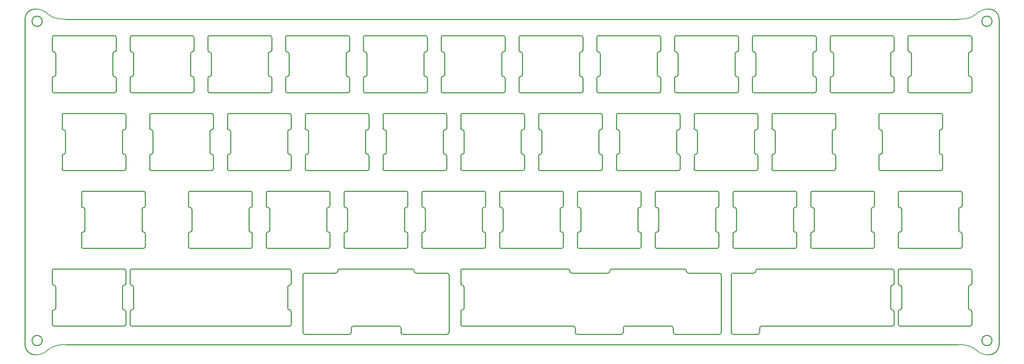
<source format=gbr>
%TF.GenerationSoftware,KiCad,Pcbnew,(5.99.0-10540-g55c1d814f9)*%
%TF.CreationDate,2021-05-27T21:21:45+02:00*%
%TF.ProjectId,plate-top,706c6174-652d-4746-9f70-2e6b69636164,1.0*%
%TF.SameCoordinates,Original*%
%TF.FileFunction,Profile,NP*%
%FSLAX46Y46*%
G04 Gerber Fmt 4.6, Leading zero omitted, Abs format (unit mm)*
G04 Created by KiCad (PCBNEW (5.99.0-10540-g55c1d814f9)) date 2021-05-27 21:21:45*
%MOMM*%
%LPD*%
G01*
G04 APERTURE LIST*
%TA.AperFunction,Profile*%
%ADD10C,0.250000*%
%TD*%
%ADD11C,0.200000*%
G04 APERTURE END LIST*
D10*
X37583750Y-138350000D02*
X54765000Y-138350000D01*
X109523750Y-71200001D02*
X109543750Y-71200001D01*
X213396249Y-86640001D02*
G75*
G02*
X213786249Y-86250001I390000J0D01*
G01*
X118536250Y-100250001D02*
X133356249Y-100250001D01*
X203871249Y-115700001D02*
G75*
G02*
X204271249Y-115300001I400000J0D01*
G01*
X223823749Y-71200001D02*
X223843749Y-71200001D01*
X52373750Y-77200001D02*
G75*
G02*
X51983750Y-76810001I0J390000D01*
G01*
X259542499Y-109300001D02*
X259552499Y-109300001D01*
X204271249Y-119300001D02*
X219071249Y-119300001D01*
X242483749Y-71590001D02*
G75*
G02*
X242873749Y-71200001I390000J0D01*
G01*
X171046249Y-90640001D02*
X171046249Y-95860001D01*
X55165000Y-99850001D02*
G75*
G02*
X54765000Y-100250001I-400000J0D01*
G01*
X113773750Y-81200001D02*
X128593749Y-81200001D01*
X194346249Y-96640001D02*
X194346249Y-99860001D01*
X133336249Y-96250001D02*
G75*
G02*
X132946249Y-95860001I0J390000D01*
G01*
X238121249Y-105300001D02*
G75*
G02*
X238521249Y-105700001I0J-400000D01*
G01*
X110402500Y-138850000D02*
G75*
G02*
X110902500Y-138350000I500000J0D01*
G01*
X70921250Y-105300001D02*
X85721250Y-105300001D01*
X209556249Y-96250001D02*
X209536249Y-96250001D01*
X157046249Y-90640001D02*
X157046249Y-95860001D01*
X52393750Y-67200001D02*
G75*
G02*
X52783750Y-67590001I0J-390000D01*
G01*
X99040000Y-140350000D02*
X109902500Y-140350000D01*
X244752499Y-138350000D02*
G75*
G02*
X244352499Y-137950000I0J400000D01*
G01*
X99096250Y-86640001D02*
G75*
G02*
X99486250Y-86250001I390000J0D01*
G01*
X142861249Y-109300001D02*
X142871249Y-109300001D01*
X71833750Y-80810001D02*
G75*
G02*
X71443750Y-81200001I-390000J0D01*
G01*
X204271249Y-119300001D02*
G75*
G02*
X203871249Y-118900001I0J400000D01*
G01*
X95246250Y-134350000D02*
X95236250Y-134350000D01*
X99506250Y-90250001D02*
G75*
G02*
X99896250Y-90640001I0J-390000D01*
G01*
X104371250Y-109690001D02*
X104371250Y-114910001D01*
X94723750Y-81200001D02*
G75*
G02*
X94333750Y-80810001I0J390000D01*
G01*
X184821249Y-105700001D02*
X184821249Y-108900001D01*
X110402500Y-139850000D02*
G75*
G02*
X109902500Y-140350000I-500000J0D01*
G01*
X113773750Y-81200001D02*
G75*
G02*
X113383750Y-80810001I0J390000D01*
G01*
X208633749Y-67590001D02*
X208633749Y-70810001D01*
X109933750Y-70810001D02*
G75*
G02*
X109543750Y-71200001I-390000J0D01*
G01*
X223331249Y-115300001D02*
X223321249Y-115300001D01*
X228073749Y-81200001D02*
X242893749Y-81200001D01*
X204793749Y-77200001D02*
G75*
G02*
X205183749Y-77590001I0J-390000D01*
G01*
X166171249Y-109300001D02*
X166181249Y-109300001D01*
X171436249Y-90250001D02*
X171456249Y-90250001D01*
X166181249Y-115300001D02*
X166171249Y-115300001D01*
X54365000Y-90640001D02*
X54365000Y-95860001D01*
X204383749Y-71590001D02*
X204383749Y-76810001D01*
X37573750Y-71200001D02*
X37593750Y-71200001D01*
X75693750Y-71200001D02*
G75*
G02*
X76083750Y-71590001I0J-390000D01*
G01*
X99040000Y-125350001D02*
X106540000Y-125350001D01*
X113383750Y-67590001D02*
X113383750Y-70810001D01*
X94846250Y-90640001D02*
X94846250Y-95860001D01*
X107040000Y-124850001D02*
G75*
G02*
X106540000Y-125350001I-500000J0D01*
G01*
X238111249Y-115300001D02*
G75*
G02*
X237721249Y-114910001I0J390000D01*
G01*
X161921249Y-105300001D02*
G75*
G02*
X162321249Y-105700001I0J-400000D01*
G01*
X184821249Y-105700001D02*
G75*
G02*
X185221249Y-105300001I400000J0D01*
G01*
X209023749Y-67200001D02*
X223843749Y-67200001D01*
X200011249Y-109300001D02*
X200021249Y-109300001D01*
X105171250Y-118900001D02*
G75*
G02*
X104771250Y-119300001I-400000J0D01*
G01*
X186133749Y-70810001D02*
G75*
G02*
X185743749Y-71200001I-390000J0D01*
G01*
X242483749Y-71590001D02*
X242483749Y-76810001D01*
X239589999Y-96650001D02*
X239589999Y-99850001D01*
X71443750Y-77200001D02*
X71423750Y-77200001D01*
X110402500Y-138850000D02*
X110402500Y-139850000D01*
X137606249Y-128350000D02*
G75*
G02*
X137996249Y-128740000I0J-390000D01*
G01*
X242873749Y-77200001D02*
G75*
G02*
X242483749Y-76810001I0J390000D01*
G01*
X223843749Y-77200001D02*
G75*
G02*
X224233749Y-77590001I0J-390000D01*
G01*
X166693749Y-77200001D02*
X166673749Y-77200001D01*
X143271249Y-108900001D02*
X143271249Y-105700001D01*
X152386249Y-90250001D02*
X152406249Y-90250001D01*
X37593750Y-128350000D02*
G75*
G02*
X37983750Y-128740000I0J-390000D01*
G01*
X123040000Y-140350000D02*
X133802499Y-140350000D01*
X142471249Y-109690001D02*
G75*
G02*
X142861249Y-109300001I390000J0D01*
G01*
X137596249Y-124350001D02*
X163402499Y-124350001D01*
X213806249Y-96250001D02*
X213786249Y-96250001D01*
X137196249Y-96640001D02*
X137196249Y-99860001D01*
X213396249Y-96640001D02*
G75*
G02*
X213786249Y-96250001I390000J0D01*
G01*
X52783750Y-70810001D02*
G75*
G02*
X52393750Y-71200001I-390000J0D01*
G01*
X261933749Y-134350000D02*
X261923749Y-134350000D01*
X242893749Y-77200001D02*
G75*
G02*
X243283749Y-77590001I0J-390000D01*
G01*
X44727500Y-119300001D02*
X59527500Y-119300001D01*
X89971250Y-119300001D02*
G75*
G02*
X89571250Y-118900001I0J400000D01*
G01*
X85711250Y-109300001D02*
X85721250Y-109300001D01*
X90883750Y-80810001D02*
X90883750Y-77590001D01*
X54765000Y-96250001D02*
G75*
G02*
X55165000Y-96650001I0J-400000D01*
G01*
X170923749Y-67200001D02*
X185743749Y-67200001D01*
X128071249Y-109300001D02*
X128081249Y-109300001D01*
X39565000Y-96650001D02*
X39565000Y-99850001D01*
X55165000Y-89850001D02*
X55165000Y-86650001D01*
X137196249Y-124750001D02*
X137196249Y-127950000D01*
X151483749Y-77590001D02*
G75*
G02*
X151873749Y-77200001I390000J0D01*
G01*
X132823749Y-71200001D02*
G75*
G02*
X132433749Y-70810001I0J390000D01*
G01*
X209556249Y-86250001D02*
G75*
G02*
X209946249Y-86640001I0J-390000D01*
G01*
X60996250Y-96640001D02*
G75*
G02*
X61386250Y-96250001I390000J0D01*
G01*
X261923749Y-77200001D02*
G75*
G02*
X261533749Y-76810001I0J390000D01*
G01*
X189973749Y-81200001D02*
X204793749Y-81200001D01*
X113793750Y-77200001D02*
X113773750Y-77200001D01*
X228196249Y-90640001D02*
X228196249Y-95860001D01*
X59127500Y-109690001D02*
G75*
G02*
X59517500Y-109300001I390000J0D01*
G01*
X147131249Y-115300001D02*
X147121249Y-115300001D01*
X245152499Y-133960000D02*
G75*
G02*
X244762499Y-134350000I-390000J0D01*
G01*
X90371250Y-109690001D02*
X90371250Y-114910001D01*
X209946249Y-99860001D02*
X209946249Y-96640001D01*
X209043749Y-77200001D02*
X209023749Y-77200001D01*
X148033749Y-80810001D02*
G75*
G02*
X147643749Y-81200001I-390000J0D01*
G01*
X189214999Y-138850000D02*
X189214999Y-139850000D01*
X218671249Y-109690001D02*
X218671249Y-114910001D01*
X161911249Y-109300001D02*
X161921249Y-109300001D01*
X61406250Y-96250001D02*
X61386250Y-96250001D01*
X147233749Y-71590001D02*
X147233749Y-76810001D01*
X227683749Y-67590001D02*
G75*
G02*
X228073749Y-67200001I390000J0D01*
G01*
X37583750Y-124350001D02*
X54765000Y-124350001D01*
X259542499Y-115300001D02*
G75*
G02*
X259152499Y-114910001I0J390000D01*
G01*
X228606249Y-96250001D02*
X228586249Y-96250001D01*
X238521249Y-118900001D02*
G75*
G02*
X238121249Y-119300001I-400000J0D01*
G01*
X244352499Y-115700001D02*
X244352499Y-118900001D01*
X228073749Y-71200001D02*
G75*
G02*
X227683749Y-70810001I0J390000D01*
G01*
X209933749Y-124350001D02*
X242883749Y-124350001D01*
X59527500Y-115300001D02*
X59517500Y-115300001D01*
X205183749Y-70810001D02*
X205183749Y-67590001D01*
X181371249Y-108900001D02*
X181371249Y-105700001D01*
X132946249Y-90640001D02*
G75*
G02*
X133336249Y-90250001I390000J0D01*
G01*
X132433749Y-67590001D02*
G75*
G02*
X132823749Y-67200001I390000J0D01*
G01*
X175296249Y-86640001D02*
G75*
G02*
X175686249Y-86250001I390000J0D01*
G01*
X213786249Y-90250001D02*
G75*
G02*
X213396249Y-89860001I0J390000D01*
G01*
X134302499Y-139850000D02*
G75*
G02*
X133802499Y-140350000I-500000J0D01*
G01*
X239989999Y-100250001D02*
G75*
G02*
X239589999Y-99850001I0J400000D01*
G01*
X114306250Y-96250001D02*
X114286250Y-96250001D01*
X89971250Y-119300001D02*
X104771250Y-119300001D01*
X99896250Y-95860001D02*
G75*
G02*
X99506250Y-96250001I-390000J0D01*
G01*
X137196249Y-134750000D02*
X137196249Y-137950000D01*
X152796249Y-89860001D02*
X152796249Y-86640001D01*
X180971249Y-115300001D02*
G75*
G02*
X181371249Y-115700001I0J-400000D01*
G01*
X137606249Y-90250001D02*
G75*
G02*
X137996249Y-90640001I0J-390000D01*
G01*
X243283749Y-137950000D02*
X243283749Y-134750000D01*
X109021250Y-109300001D02*
G75*
G02*
X108621250Y-108900001I0J400000D01*
G01*
X133356249Y-96250001D02*
X133336249Y-96250001D01*
X244752499Y-128350000D02*
G75*
G02*
X244352499Y-127950000I0J400000D01*
G01*
X133802499Y-125350000D02*
G75*
G02*
X134302499Y-125850000I0J-500000D01*
G01*
X261533749Y-71590001D02*
G75*
G02*
X261923749Y-71200001I390000J0D01*
G01*
X54765000Y-134350000D02*
G75*
G02*
X55165000Y-134750000I0J-400000D01*
G01*
X128593749Y-77200001D02*
G75*
G02*
X128983749Y-77590001I0J-390000D01*
G01*
X34708750Y-63675001D02*
G75*
G03*
X34708750Y-63675001I-1250000J0D01*
G01*
X147623749Y-77200001D02*
G75*
G02*
X147233749Y-76810001I0J390000D01*
G01*
X167083749Y-80810001D02*
G75*
G02*
X166693749Y-81200001I-390000J0D01*
G01*
X56623750Y-81200001D02*
X71443750Y-81200001D01*
X109523750Y-77200001D02*
G75*
G02*
X109133750Y-76810001I0J390000D01*
G01*
X113383750Y-67590001D02*
G75*
G02*
X113773750Y-67200001I390000J0D01*
G01*
X123421250Y-109690001D02*
X123421250Y-114910001D01*
X55165000Y-127950000D02*
X55165000Y-124750001D01*
X94723750Y-67200001D02*
X109543750Y-67200001D01*
X261923749Y-71200001D02*
X261943749Y-71200001D01*
X173714999Y-124850001D02*
G75*
G02*
X174214999Y-124350001I500000J0D01*
G01*
X244352499Y-134750000D02*
G75*
G02*
X244752499Y-134350000I400000J0D01*
G01*
X246733749Y-77590001D02*
X246733749Y-80810001D01*
X147233749Y-71590001D02*
G75*
G02*
X147623749Y-71200001I390000J0D01*
G01*
X37573750Y-71200001D02*
G75*
G02*
X37183750Y-70810001I0J390000D01*
G01*
X44327500Y-115700001D02*
X44327500Y-118900001D01*
X90493750Y-77200001D02*
X90473750Y-77200001D01*
X170533749Y-67590001D02*
X170533749Y-70810001D01*
X176977499Y-138850000D02*
G75*
G02*
X177477499Y-138350000I500000J0D01*
G01*
X219071249Y-115300001D02*
X219061249Y-115300001D01*
X254779999Y-96250001D02*
G75*
G02*
X254389999Y-95860001I0J390000D01*
G01*
X52783750Y-80810001D02*
G75*
G02*
X52393750Y-81200001I-390000J0D01*
G01*
X104771250Y-115300001D02*
G75*
G02*
X105171250Y-115700001I0J-400000D01*
G01*
X57033750Y-76810001D02*
G75*
G02*
X56643750Y-77200001I-390000J0D01*
G01*
X76206250Y-86250001D02*
G75*
G02*
X76596250Y-86640001I0J-390000D01*
G01*
X75283750Y-67590001D02*
X75283750Y-70810001D01*
X37593750Y-77200001D02*
X37573750Y-77200001D01*
X90493750Y-77200001D02*
G75*
G02*
X90883750Y-77590001I0J-390000D01*
G01*
X244762499Y-128350000D02*
G75*
G02*
X245152499Y-128740000I0J-390000D01*
G01*
X95256250Y-86250001D02*
G75*
G02*
X95646250Y-86640001I0J-390000D01*
G01*
X189993749Y-77200001D02*
X189973749Y-77200001D01*
X56633750Y-138350000D02*
X95246250Y-138350000D01*
X247533749Y-71590001D02*
X247533749Y-76810001D01*
X151873749Y-81200001D02*
X166693749Y-81200001D01*
X89971250Y-109300001D02*
X89981250Y-109300001D01*
X219061249Y-115300001D02*
G75*
G02*
X218671249Y-114910001I0J390000D01*
G01*
X209946249Y-89860001D02*
G75*
G02*
X209556249Y-90250001I-390000J0D01*
G01*
X186133749Y-80810001D02*
X186133749Y-77590001D01*
X80846250Y-90640001D02*
X80846250Y-95860001D01*
X247123749Y-81200001D02*
G75*
G02*
X246733749Y-80810001I0J390000D01*
G01*
X189714999Y-140350000D02*
X200477499Y-140350000D01*
X203871249Y-105700001D02*
G75*
G02*
X204271249Y-105300001I400000J0D01*
G01*
X95646250Y-99860001D02*
X95646250Y-96640001D01*
X228073749Y-81200001D02*
G75*
G02*
X227683749Y-80810001I0J390000D01*
G01*
X128593749Y-77200001D02*
X128573749Y-77200001D01*
X123421250Y-109690001D02*
G75*
G02*
X123811250Y-109300001I390000J0D01*
G01*
X132843749Y-77200001D02*
X132823749Y-77200001D01*
X209946249Y-89860001D02*
X209946249Y-86640001D01*
X259152499Y-109690001D02*
X259152499Y-114910001D01*
X86121250Y-108900001D02*
G75*
G02*
X85721250Y-109300001I-400000J0D01*
G01*
X228996249Y-89860001D02*
G75*
G02*
X228606249Y-90250001I-390000J0D01*
G01*
X118556250Y-90250001D02*
G75*
G02*
X118946250Y-90640001I0J-390000D01*
G01*
X123821250Y-115300001D02*
G75*
G02*
X124221250Y-115700001I0J-400000D01*
G01*
X210402499Y-138850000D02*
X210402499Y-139850000D01*
X137196249Y-134750000D02*
G75*
G02*
X137596249Y-134350000I400000J0D01*
G01*
X109021250Y-109300001D02*
X109031250Y-109300001D01*
X114306250Y-86250001D02*
G75*
G02*
X114696250Y-86640001I0J-390000D01*
G01*
X243283749Y-127950000D02*
X243283749Y-124750001D01*
X203871249Y-105700001D02*
X203871249Y-108900001D01*
X94743750Y-71200001D02*
G75*
G02*
X95133750Y-71590001I0J-390000D01*
G01*
X166673749Y-77200001D02*
G75*
G02*
X166283749Y-76810001I0J390000D01*
G01*
X255189999Y-99850001D02*
X255189999Y-96650001D01*
X199621249Y-109690001D02*
G75*
G02*
X200011249Y-109300001I390000J0D01*
G01*
X142471249Y-109690001D02*
X142471249Y-114910001D01*
X75283750Y-77590001D02*
X75283750Y-80810001D01*
X126302499Y-125350000D02*
G75*
G02*
X125802500Y-124850001I0J499999D01*
G01*
X85721250Y-105300001D02*
G75*
G02*
X86121250Y-105700001I0J-400000D01*
G01*
X151483749Y-67590001D02*
X151483749Y-70810001D01*
X75283750Y-77590001D02*
G75*
G02*
X75673750Y-77200001I390000J0D01*
G01*
X185333749Y-71590001D02*
G75*
G02*
X185723749Y-71200001I390000J0D01*
G01*
X152283749Y-71590001D02*
X152283749Y-76810001D01*
X262333749Y-127950000D02*
G75*
G02*
X261933749Y-128350000I-400000J0D01*
G01*
X128183749Y-71590001D02*
G75*
G02*
X128573749Y-71200001I390000J0D01*
G01*
X39565000Y-96650001D02*
G75*
G02*
X39965000Y-96250001I400000J0D01*
G01*
X45127500Y-114910001D02*
G75*
G02*
X44737500Y-115300001I-390000J0D01*
G01*
X243283749Y-127950000D02*
G75*
G02*
X242883749Y-128350000I-400000J0D01*
G01*
X204671249Y-109690001D02*
X204671249Y-114910001D01*
X192977499Y-125350001D02*
G75*
G02*
X192477499Y-124850001I0J500000D01*
G01*
X61406250Y-90250001D02*
G75*
G02*
X61796250Y-90640001I0J-390000D01*
G01*
X213786249Y-86250001D02*
X228606249Y-86250001D01*
X247123749Y-71200001D02*
G75*
G02*
X246733749Y-70810001I0J390000D01*
G01*
X239989999Y-90250001D02*
X239999999Y-90250001D01*
X175296249Y-86640001D02*
X175296249Y-89860001D01*
X94846250Y-128740000D02*
G75*
G02*
X95236250Y-128350000I390000J0D01*
G01*
X137196249Y-86640001D02*
G75*
G02*
X137586249Y-86250001I390000J0D01*
G01*
X80456250Y-90250001D02*
G75*
G02*
X80846250Y-90640001I0J-390000D01*
G01*
X185231249Y-109300001D02*
G75*
G02*
X185621249Y-109690001I0J-390000D01*
G01*
X104771250Y-105300001D02*
G75*
G02*
X105171250Y-105700001I0J-400000D01*
G01*
X108621250Y-105700001D02*
X108621250Y-108900001D01*
X71833750Y-70810001D02*
X71833750Y-67590001D01*
X61386250Y-100250001D02*
G75*
G02*
X60996250Y-99860001I0J390000D01*
G01*
X152796249Y-89860001D02*
G75*
G02*
X152406249Y-90250001I-390000J0D01*
G01*
D11*
X259058749Y-63175001D02*
X259510241Y-63167829D01*
X259928499Y-63146924D01*
X260315447Y-63113202D01*
X260673006Y-63067579D01*
X261003100Y-63010969D01*
X261307650Y-62944288D01*
X261588579Y-62868451D01*
X261847811Y-62784376D01*
X262087267Y-62692975D01*
X262308871Y-62595167D01*
X262514544Y-62491865D01*
X262706209Y-62383985D01*
X262885790Y-62272443D01*
X263055208Y-62158155D01*
X263371249Y-61925001D01*
X263669710Y-61691846D01*
X263965975Y-61466016D01*
X264275423Y-61254834D01*
X264613436Y-61065626D01*
X264797961Y-60981550D01*
X264995394Y-60905713D01*
X265207659Y-60839032D01*
X265436678Y-60782422D01*
X265684374Y-60736799D01*
X265952669Y-60703077D01*
X266243487Y-60682172D01*
X266558749Y-60675001D01*
D10*
X203871249Y-115700001D02*
X203871249Y-118900001D01*
X208633749Y-77590001D02*
G75*
G02*
X209023749Y-77200001I390000J0D01*
G01*
X45127500Y-109690001D02*
X45127500Y-114910001D01*
X39965000Y-90250001D02*
X39975000Y-90250001D01*
X243283749Y-80810001D02*
G75*
G02*
X242893749Y-81200001I-390000J0D01*
G01*
X70521250Y-105700001D02*
G75*
G02*
X70921250Y-105300001I400000J0D01*
G01*
X244752499Y-124350001D02*
X261933749Y-124350001D01*
X156246249Y-86640001D02*
X156246249Y-89860001D01*
X223321249Y-119300001D02*
G75*
G02*
X222921249Y-118900001I0J400000D01*
G01*
X56233750Y-67590001D02*
X56233750Y-70810001D01*
X94333750Y-67590001D02*
G75*
G02*
X94723750Y-67200001I390000J0D01*
G01*
X39565000Y-86650001D02*
G75*
G02*
X39965000Y-86250001I400000J0D01*
G01*
X148033749Y-70810001D02*
G75*
G02*
X147643749Y-71200001I-390000J0D01*
G01*
X166171249Y-119300001D02*
X180971249Y-119300001D01*
X176977499Y-139850000D02*
G75*
G02*
X176477499Y-140350000I-500000J0D01*
G01*
X95256250Y-96250001D02*
G75*
G02*
X95646250Y-96640001I0J-390000D01*
G01*
X213786249Y-100250001D02*
G75*
G02*
X213396249Y-99860001I0J390000D01*
G01*
X89571250Y-105700001D02*
G75*
G02*
X89971250Y-105300001I400000J0D01*
G01*
X137586249Y-90250001D02*
X137606249Y-90250001D01*
X54765000Y-134350000D02*
X54755000Y-134350000D01*
X200421249Y-118900001D02*
X200421249Y-115700001D01*
X124221250Y-108900001D02*
X124221250Y-105700001D01*
X244352499Y-105700001D02*
X244352499Y-108900001D01*
X118536250Y-90250001D02*
X118556250Y-90250001D01*
X128471249Y-114910001D02*
G75*
G02*
X128081249Y-115300001I-390000J0D01*
G01*
X147121249Y-119300001D02*
X161921249Y-119300001D01*
X175686249Y-100250001D02*
G75*
G02*
X175296249Y-99860001I0J390000D01*
G01*
X44727500Y-119300001D02*
G75*
G02*
X44327500Y-118900001I0J400000D01*
G01*
X190486249Y-96250001D02*
G75*
G02*
X190096249Y-95860001I0J390000D01*
G01*
X132946249Y-90640001D02*
X132946249Y-95860001D01*
X245152499Y-109690001D02*
X245152499Y-114910001D01*
X113773750Y-71200001D02*
G75*
G02*
X113383750Y-70810001I0J390000D01*
G01*
X204793749Y-77200001D02*
X204773749Y-77200001D01*
X244762499Y-109300001D02*
G75*
G02*
X245152499Y-109690001I0J-390000D01*
G01*
X200021249Y-115300001D02*
G75*
G02*
X200421249Y-115700001I0J-400000D01*
G01*
X247143749Y-77200001D02*
X247123749Y-77200001D01*
X200021249Y-105300001D02*
G75*
G02*
X200421249Y-105700001I0J-400000D01*
G01*
X261943749Y-77200001D02*
X261923749Y-77200001D01*
X194346249Y-96640001D02*
G75*
G02*
X194736249Y-96250001I390000J0D01*
G01*
X128183749Y-71590001D02*
X128183749Y-76810001D01*
X80436250Y-90250001D02*
G75*
G02*
X80046250Y-89860001I0J390000D01*
G01*
X148033749Y-80810001D02*
X148033749Y-77590001D01*
X94723750Y-71200001D02*
G75*
G02*
X94333750Y-70810001I0J390000D01*
G01*
X56233750Y-134750000D02*
X56233750Y-137950000D01*
X126302499Y-125350001D02*
X133802499Y-125350001D01*
X44327500Y-105700001D02*
X44327500Y-108900001D01*
X254789999Y-86250001D02*
G75*
G02*
X255189999Y-86650001I0J-400000D01*
G01*
X76186250Y-96250001D02*
G75*
G02*
X75796250Y-95860001I0J390000D01*
G01*
X147643749Y-77200001D02*
G75*
G02*
X148033749Y-77590001I0J-390000D01*
G01*
X132823749Y-81200001D02*
X147643749Y-81200001D01*
X209536249Y-96250001D02*
G75*
G02*
X209146249Y-95860001I0J390000D01*
G01*
X170533749Y-67590001D02*
G75*
G02*
X170923749Y-67200001I390000J0D01*
G01*
X99096250Y-86640001D02*
X99096250Y-89860001D01*
X244352499Y-134750000D02*
X244352499Y-137950000D01*
X190506249Y-96250001D02*
X190486249Y-96250001D01*
X239589999Y-96650001D02*
G75*
G02*
X239989999Y-96250001I400000J0D01*
G01*
X254789999Y-96250001D02*
X254779999Y-96250001D01*
X200421249Y-108900001D02*
X200421249Y-105700001D01*
X244352499Y-105700001D02*
G75*
G02*
X244752499Y-105300001I400000J0D01*
G01*
X95236250Y-128350000D02*
X95246250Y-128350000D01*
X108621250Y-115700001D02*
G75*
G02*
X109021250Y-115300001I400000J0D01*
G01*
X192977499Y-125350001D02*
X200477499Y-125350001D01*
X239589999Y-86650001D02*
X239589999Y-89850001D01*
X114286250Y-90250001D02*
X114306250Y-90250001D01*
X156636249Y-90250001D02*
G75*
G02*
X156246249Y-89860001I0J390000D01*
G01*
X110902500Y-138350000D02*
X122040000Y-138350000D01*
X37573750Y-81200001D02*
G75*
G02*
X37183750Y-80810001I0J390000D01*
G01*
X204793749Y-67200001D02*
G75*
G02*
X205183749Y-67590001I0J-390000D01*
G01*
X213806249Y-90250001D02*
G75*
G02*
X214196249Y-90640001I0J-390000D01*
G01*
X108621250Y-115700001D02*
X108621250Y-118900001D01*
X259952499Y-108900001D02*
G75*
G02*
X259552499Y-109300001I-400000J0D01*
G01*
X37183750Y-134750000D02*
G75*
G02*
X37583750Y-134350000I400000J0D01*
G01*
X239999999Y-96250001D02*
X239989999Y-96250001D01*
X171333749Y-76810001D02*
G75*
G02*
X170943749Y-77200001I-390000J0D01*
G01*
X95646250Y-99860001D02*
G75*
G02*
X95256250Y-100250001I-390000J0D01*
G01*
X262333749Y-80810001D02*
X262333749Y-77590001D01*
X238121249Y-115300001D02*
X238111249Y-115300001D01*
X218671249Y-109690001D02*
G75*
G02*
X219061249Y-109300001I390000J0D01*
G01*
X75673750Y-71200001D02*
X75693750Y-71200001D01*
X223843749Y-77200001D02*
X223823749Y-77200001D01*
X219071249Y-105300001D02*
G75*
G02*
X219471249Y-105700001I0J-400000D01*
G01*
X95236250Y-134350000D02*
G75*
G02*
X94846250Y-133960000I0J390000D01*
G01*
X107540000Y-124350001D02*
X125302500Y-124350001D01*
X156636249Y-100250001D02*
G75*
G02*
X156246249Y-99860001I0J390000D01*
G01*
X244352499Y-124750001D02*
G75*
G02*
X244752499Y-124350001I400000J0D01*
G01*
X118536250Y-90250001D02*
G75*
G02*
X118146250Y-89860001I0J390000D01*
G01*
X132823749Y-71200001D02*
X132843749Y-71200001D01*
X152386249Y-96250001D02*
G75*
G02*
X151996249Y-95860001I0J390000D01*
G01*
X122040000Y-138350000D02*
G75*
G02*
X122540000Y-138850000I0J-500000D01*
G01*
X37183750Y-77590001D02*
G75*
G02*
X37573750Y-77200001I390000J0D01*
G01*
X176977499Y-138850000D02*
X176977499Y-139850000D01*
X200977499Y-139850000D02*
G75*
G02*
X200477499Y-140350000I-500000J0D01*
G01*
X189993749Y-71200001D02*
G75*
G02*
X190383749Y-71590001I0J-390000D01*
G01*
X146721249Y-115700001D02*
G75*
G02*
X147121249Y-115300001I400000J0D01*
G01*
X185743749Y-67200001D02*
G75*
G02*
X186133749Y-67590001I0J-390000D01*
G01*
X147643749Y-67200001D02*
G75*
G02*
X148033749Y-67590001I0J-390000D01*
G01*
X170923749Y-71200001D02*
G75*
G02*
X170533749Y-70810001I0J390000D01*
G01*
X228093749Y-77200001D02*
X228073749Y-77200001D01*
X208633749Y-67590001D02*
G75*
G02*
X209023749Y-67200001I390000J0D01*
G01*
X76596250Y-99860001D02*
G75*
G02*
X76206250Y-100250001I-390000J0D01*
G01*
X189973749Y-67200001D02*
X204793749Y-67200001D01*
X137996249Y-133960000D02*
G75*
G02*
X137606249Y-134350000I-390000J0D01*
G01*
X259058749Y-142875000D02*
X40458750Y-142875000D01*
X242873749Y-71200001D02*
X242893749Y-71200001D01*
X37183750Y-67590001D02*
G75*
G02*
X37573750Y-67200001I390000J0D01*
G01*
X70931250Y-115300001D02*
X70921250Y-115300001D01*
X194736249Y-90250001D02*
X194756249Y-90250001D01*
X137996249Y-90640001D02*
X137996249Y-95860001D01*
X261533749Y-128740000D02*
X261533749Y-133960000D01*
X227683749Y-77590001D02*
G75*
G02*
X228073749Y-77200001I390000J0D01*
G01*
X54365000Y-128740000D02*
X54365000Y-133960000D01*
X175686249Y-100250001D02*
X190506249Y-100250001D01*
X56623750Y-71200001D02*
G75*
G02*
X56233750Y-70810001I0J390000D01*
G01*
X190506249Y-86250001D02*
G75*
G02*
X190896249Y-86640001I0J-390000D01*
G01*
X148033749Y-70810001D02*
X148033749Y-67590001D01*
X161521249Y-109690001D02*
X161521249Y-114910001D01*
X54755000Y-90250001D02*
X54765000Y-90250001D01*
X223433749Y-71590001D02*
G75*
G02*
X223823749Y-71200001I390000J0D01*
G01*
X210402499Y-139850000D02*
G75*
G02*
X209902499Y-140350000I-500000J0D01*
G01*
X213396249Y-96640001D02*
X213396249Y-99860001D01*
X128573749Y-71200001D02*
X128593749Y-71200001D01*
X156246249Y-96640001D02*
X156246249Y-99860001D01*
X114183750Y-71590001D02*
X114183750Y-76810001D01*
X114696250Y-99860001D02*
G75*
G02*
X114306250Y-100250001I-390000J0D01*
G01*
X170923749Y-81200001D02*
X185743749Y-81200001D01*
X219061249Y-109300001D02*
X219071249Y-109300001D01*
X190096249Y-90640001D02*
G75*
G02*
X190486249Y-90250001I390000J0D01*
G01*
X61796250Y-95860001D02*
G75*
G02*
X61406250Y-96250001I-390000J0D01*
G01*
X166283749Y-71590001D02*
G75*
G02*
X166673749Y-71200001I390000J0D01*
G01*
X56643750Y-77200001D02*
X56623750Y-77200001D01*
X55165000Y-127950000D02*
G75*
G02*
X54765000Y-128350000I-400000J0D01*
G01*
X37583750Y-128350000D02*
G75*
G02*
X37183750Y-127950000I0J400000D01*
G01*
X244752499Y-119300001D02*
X259552499Y-119300001D01*
X37583750Y-128350000D02*
X37593750Y-128350000D01*
X189583749Y-67590001D02*
G75*
G02*
X189973749Y-67200001I390000J0D01*
G01*
X203402500Y-125850000D02*
G75*
G02*
X203902499Y-125350001I499999J0D01*
G01*
X223321249Y-109300001D02*
X223331249Y-109300001D01*
X94723750Y-71200001D02*
X94743750Y-71200001D01*
X137196249Y-124750001D02*
G75*
G02*
X137596249Y-124350001I400000J0D01*
G01*
X95256250Y-96250001D02*
X95236250Y-96250001D01*
X254389999Y-90640001D02*
X254389999Y-95860001D01*
X90083750Y-71590001D02*
X90083750Y-76810001D01*
X37583750Y-138350000D02*
G75*
G02*
X37183750Y-137950000I0J400000D01*
G01*
X114306250Y-96250001D02*
G75*
G02*
X114696250Y-96640001I0J-390000D01*
G01*
X59517500Y-115300001D02*
G75*
G02*
X59127500Y-114910001I0J390000D01*
G01*
X223331249Y-109300001D02*
G75*
G02*
X223721249Y-109690001I0J-390000D01*
G01*
X209146249Y-90640001D02*
X209146249Y-95860001D01*
X37983750Y-133960000D02*
G75*
G02*
X37593750Y-134350000I-390000J0D01*
G01*
X205183749Y-80810001D02*
X205183749Y-77590001D01*
D11*
X32958750Y-60675001D02*
X33274011Y-60682172D01*
X33564829Y-60703077D01*
X33833124Y-60736799D01*
X34080820Y-60782422D01*
X34309839Y-60839032D01*
X34522104Y-60905713D01*
X34719537Y-60981550D01*
X34904062Y-61065626D01*
X35242075Y-61254834D01*
X35551523Y-61466016D01*
X35847788Y-61691846D01*
X36146250Y-61925001D01*
X36462290Y-62158155D01*
X36631708Y-62272443D01*
X36811289Y-62383985D01*
X37002954Y-62491865D01*
X37208627Y-62595167D01*
X37430231Y-62692975D01*
X37669687Y-62784376D01*
X37928919Y-62868451D01*
X38209848Y-62944288D01*
X38514398Y-63010969D01*
X38844492Y-63067579D01*
X39202051Y-63113202D01*
X39588999Y-63146924D01*
X40007257Y-63167829D01*
X40458750Y-63175001D01*
D10*
X147521249Y-109690001D02*
X147521249Y-114910001D01*
X94723750Y-81200001D02*
X109543750Y-81200001D01*
X56633750Y-128350000D02*
X56643750Y-128350000D01*
X59927500Y-118900001D02*
X59927500Y-115700001D01*
X137996249Y-128740000D02*
X137996249Y-133960000D01*
X40365000Y-90640001D02*
X40365000Y-95860001D01*
X99486250Y-86250001D02*
X114306250Y-86250001D01*
X190486249Y-90250001D02*
X190506249Y-90250001D01*
X175686249Y-90250001D02*
G75*
G02*
X175296249Y-89860001I0J390000D01*
G01*
X204281249Y-109300001D02*
G75*
G02*
X204671249Y-109690001I0J-390000D01*
G01*
X170943749Y-71200001D02*
G75*
G02*
X171333749Y-71590001I0J-390000D01*
G01*
X90493750Y-67200001D02*
G75*
G02*
X90883750Y-67590001I0J-390000D01*
G01*
X200011249Y-115300001D02*
G75*
G02*
X199621249Y-114910001I0J390000D01*
G01*
X185221249Y-105300001D02*
X200021249Y-105300001D01*
X219471249Y-118900001D02*
X219471249Y-115700001D01*
X166693749Y-67200001D02*
G75*
G02*
X167083749Y-67590001I0J-390000D01*
G01*
X240389999Y-90640001D02*
X240389999Y-95860001D01*
X228073749Y-71200001D02*
X228093749Y-71200001D01*
X171046249Y-90640001D02*
G75*
G02*
X171436249Y-90250001I390000J0D01*
G01*
X142871249Y-105300001D02*
G75*
G02*
X143271249Y-105700001I0J-400000D01*
G01*
X166181249Y-109300001D02*
G75*
G02*
X166571249Y-109690001I0J-390000D01*
G01*
X86121250Y-108900001D02*
X86121250Y-105700001D01*
X76206250Y-96250001D02*
X76186250Y-96250001D01*
X228073749Y-67200001D02*
X242893749Y-67200001D01*
X165771249Y-105700001D02*
X165771249Y-108900001D01*
X147121249Y-119300001D02*
G75*
G02*
X146721249Y-118900001I0J400000D01*
G01*
X37573750Y-67200001D02*
X52393750Y-67200001D01*
X189583749Y-67590001D02*
X189583749Y-70810001D01*
X190896249Y-99860001D02*
G75*
G02*
X190506249Y-100250001I-390000J0D01*
G01*
X44727500Y-109300001D02*
X44737500Y-109300001D01*
X247123749Y-81200001D02*
X261943749Y-81200001D01*
X95236250Y-96250001D02*
G75*
G02*
X94846250Y-95860001I0J390000D01*
G01*
X171436249Y-96250001D02*
G75*
G02*
X171046249Y-95860001I0J390000D01*
G01*
X259552499Y-115300001D02*
G75*
G02*
X259952499Y-115700001I0J-400000D01*
G01*
X151893749Y-77200001D02*
X151873749Y-77200001D01*
X167083749Y-80810001D02*
X167083749Y-77590001D01*
X142871249Y-115300001D02*
G75*
G02*
X143271249Y-115700001I0J-400000D01*
G01*
X80436250Y-100250001D02*
X95256250Y-100250001D01*
X52783750Y-80810001D02*
X52783750Y-77590001D01*
X56633750Y-124350001D02*
X95246250Y-124350001D01*
X125302500Y-124350001D02*
G75*
G02*
X125802500Y-124850001I0J-500000D01*
G01*
X194346249Y-86640001D02*
G75*
G02*
X194736249Y-86250001I390000J0D01*
G01*
X262333749Y-80810001D02*
G75*
G02*
X261943749Y-81200001I-390000J0D01*
G01*
X209023749Y-71200001D02*
X209043749Y-71200001D01*
X71321250Y-114910001D02*
G75*
G02*
X70931250Y-115300001I-390000J0D01*
G01*
X80046250Y-96640001D02*
G75*
G02*
X80436250Y-96250001I390000J0D01*
G01*
X40458750Y-63175001D02*
X259058749Y-63175001D01*
X262333749Y-137950000D02*
G75*
G02*
X261933749Y-138350000I-400000J0D01*
G01*
X99096250Y-96640001D02*
G75*
G02*
X99486250Y-96250001I390000J0D01*
G01*
X165771249Y-115700001D02*
X165771249Y-118900001D01*
X259152499Y-109690001D02*
G75*
G02*
X259542499Y-109300001I390000J0D01*
G01*
X70921250Y-119300001D02*
G75*
G02*
X70521250Y-118900001I0J400000D01*
G01*
X118536250Y-100250001D02*
G75*
G02*
X118146250Y-99860001I0J390000D01*
G01*
X261933749Y-134350000D02*
G75*
G02*
X262333749Y-134750000I0J-400000D01*
G01*
X262333749Y-127950000D02*
X262333749Y-124750001D01*
X185221249Y-119300001D02*
X200021249Y-119300001D01*
X171456249Y-86250001D02*
G75*
G02*
X171846249Y-86640001I0J-390000D01*
G01*
X239989999Y-90250001D02*
G75*
G02*
X239589999Y-89850001I0J400000D01*
G01*
X109421250Y-114910001D02*
G75*
G02*
X109031250Y-115300001I-390000J0D01*
G01*
X213786249Y-90250001D02*
X213806249Y-90250001D01*
X185723749Y-71200001D02*
X185743749Y-71200001D01*
X205183749Y-80810001D02*
G75*
G02*
X204793749Y-81200001I-390000J0D01*
G01*
X261923749Y-128350000D02*
X261933749Y-128350000D01*
X137996249Y-95860001D02*
G75*
G02*
X137606249Y-96250001I-390000J0D01*
G01*
X244762499Y-134350000D02*
X244752499Y-134350000D01*
X75796250Y-90640001D02*
X75796250Y-95860001D01*
X223433749Y-71590001D02*
X223433749Y-76810001D01*
X95133750Y-76810001D02*
G75*
G02*
X94743750Y-77200001I-390000J0D01*
G01*
X185621249Y-109690001D02*
X185621249Y-114910001D01*
X30458750Y-142875000D02*
X30458750Y-63175001D01*
X244762499Y-115300001D02*
X244752499Y-115300001D01*
X167083749Y-70810001D02*
X167083749Y-67590001D01*
X52783750Y-70810001D02*
X52783750Y-67590001D01*
X245152499Y-114910001D02*
G75*
G02*
X244762499Y-115300001I-390000J0D01*
G01*
X175296249Y-96640001D02*
X175296249Y-99860001D01*
X70521250Y-115700001D02*
X70521250Y-118900001D01*
X127671249Y-105700001D02*
G75*
G02*
X128071249Y-105300001I400000J0D01*
G01*
X259552499Y-105300001D02*
G75*
G02*
X259952499Y-105700001I0J-400000D01*
G01*
X238121249Y-115300001D02*
G75*
G02*
X238521249Y-115700001I0J-400000D01*
G01*
X127671249Y-115700001D02*
G75*
G02*
X128071249Y-115300001I400000J0D01*
G01*
X37593750Y-134350000D02*
X37583750Y-134350000D01*
X189973749Y-71200001D02*
X189993749Y-71200001D01*
X71443750Y-77200001D02*
G75*
G02*
X71833750Y-77590001I0J-390000D01*
G01*
X128081249Y-115300001D02*
X128071249Y-115300001D01*
X203902499Y-140350000D02*
G75*
G02*
X203402499Y-139850000I0J500000D01*
G01*
X142871249Y-115300001D02*
X142861249Y-115300001D01*
X194756249Y-90250001D02*
G75*
G02*
X195146249Y-90640001I0J-390000D01*
G01*
X166283749Y-71590001D02*
X166283749Y-76810001D01*
X99486250Y-90250001D02*
X99506250Y-90250001D01*
X189973749Y-71200001D02*
G75*
G02*
X189583749Y-70810001I0J390000D01*
G01*
X209023749Y-71200001D02*
G75*
G02*
X208633749Y-70810001I0J390000D01*
G01*
X190896249Y-99860001D02*
X190896249Y-96640001D01*
X228483749Y-71590001D02*
X228483749Y-76810001D01*
X56623750Y-71200001D02*
X56643750Y-71200001D01*
X209433749Y-76810001D02*
G75*
G02*
X209043749Y-77200001I-390000J0D01*
G01*
X180971249Y-105300001D02*
G75*
G02*
X181371249Y-105700001I0J-400000D01*
G01*
X242883749Y-124350001D02*
G75*
G02*
X243283749Y-124750001I0J-400000D01*
G01*
X57033750Y-133960000D02*
G75*
G02*
X56643750Y-134350000I-390000J0D01*
G01*
X237721249Y-109690001D02*
X237721249Y-114910001D01*
X137196249Y-96640001D02*
G75*
G02*
X137586249Y-96250001I390000J0D01*
G01*
X190383749Y-76810001D02*
G75*
G02*
X189993749Y-77200001I-390000J0D01*
G01*
X240389999Y-95860001D02*
G75*
G02*
X239999999Y-96250001I-390000J0D01*
G01*
X269058749Y-142875000D02*
G75*
G02*
X266558749Y-145375000I-2500000J0D01*
G01*
X151873749Y-71200001D02*
G75*
G02*
X151483749Y-70810001I0J390000D01*
G01*
X223843749Y-67200001D02*
G75*
G02*
X224233749Y-67590001I0J-390000D01*
G01*
X213786249Y-100250001D02*
X228606249Y-100250001D01*
X132433749Y-77590001D02*
G75*
G02*
X132823749Y-77200001I390000J0D01*
G01*
X242893749Y-77200001D02*
X242873749Y-77200001D01*
X40365000Y-95860001D02*
G75*
G02*
X39975000Y-96250001I-390000J0D01*
G01*
X56233750Y-77590001D02*
G75*
G02*
X56623750Y-77200001I390000J0D01*
G01*
X95646250Y-137950000D02*
G75*
G02*
X95246250Y-138350000I-400000J0D01*
G01*
X61386250Y-86250001D02*
X76206250Y-86250001D01*
X237721249Y-109690001D02*
G75*
G02*
X238111249Y-109300001I390000J0D01*
G01*
X156246249Y-86640001D02*
G75*
G02*
X156636249Y-86250001I390000J0D01*
G01*
X85721250Y-115300001D02*
X85711250Y-115300001D01*
X244752499Y-128350000D02*
X244762499Y-128350000D01*
X147521249Y-114910001D02*
G75*
G02*
X147131249Y-115300001I-390000J0D01*
G01*
X61386250Y-100250001D02*
X76206250Y-100250001D01*
X151893749Y-71200001D02*
G75*
G02*
X152283749Y-71590001I0J-390000D01*
G01*
X99486250Y-90250001D02*
G75*
G02*
X99096250Y-89860001I0J390000D01*
G01*
X163402499Y-124350001D02*
G75*
G02*
X163902499Y-124850001I0J-500000D01*
G01*
X238521249Y-118900001D02*
X238521249Y-115700001D01*
X124221250Y-118900001D02*
G75*
G02*
X123821250Y-119300001I-400000J0D01*
G01*
X128081249Y-109300001D02*
G75*
G02*
X128471249Y-109690001I0J-390000D01*
G01*
X244352499Y-115700001D02*
G75*
G02*
X244752499Y-115300001I400000J0D01*
G01*
X80046250Y-86640001D02*
X80046250Y-89860001D01*
X128071249Y-105300001D02*
X142871249Y-105300001D01*
X75283750Y-67590001D02*
G75*
G02*
X75673750Y-67200001I390000J0D01*
G01*
X190383749Y-71590001D02*
X190383749Y-76810001D01*
X223321249Y-119300001D02*
X238121249Y-119300001D01*
X199621249Y-109690001D02*
X199621249Y-114910001D01*
X137586249Y-100250001D02*
G75*
G02*
X137196249Y-99860001I0J390000D01*
G01*
X44327500Y-115700001D02*
G75*
G02*
X44727500Y-115300001I400000J0D01*
G01*
X209433749Y-124850001D02*
G75*
G02*
X208933749Y-125350001I-500000J0D01*
G01*
X94846250Y-128740000D02*
X94846250Y-133960000D01*
X124221250Y-108900001D02*
G75*
G02*
X123821250Y-109300001I-400000J0D01*
G01*
X30458750Y-63175001D02*
G75*
G02*
X32958750Y-60675001I2500000J0D01*
G01*
X176096249Y-95860001D02*
G75*
G02*
X175706249Y-96250001I-390000J0D01*
G01*
X90083750Y-71590001D02*
G75*
G02*
X90473750Y-71200001I390000J0D01*
G01*
X95236250Y-90250001D02*
X95256250Y-90250001D01*
X228996249Y-99860001D02*
G75*
G02*
X228606249Y-100250001I-390000J0D01*
G01*
X190896249Y-89860001D02*
G75*
G02*
X190506249Y-90250001I-390000J0D01*
G01*
X113773750Y-67200001D02*
X128593749Y-67200001D01*
X255189999Y-99850001D02*
G75*
G02*
X254789999Y-100250001I-400000J0D01*
G01*
X137586249Y-90250001D02*
G75*
G02*
X137196249Y-89860001I0J390000D01*
G01*
X227683749Y-77590001D02*
X227683749Y-80810001D01*
X186133749Y-80810001D02*
G75*
G02*
X185743749Y-81200001I-390000J0D01*
G01*
X113896250Y-90640001D02*
G75*
G02*
X114286250Y-90250001I390000J0D01*
G01*
X76083750Y-71590001D02*
X76083750Y-76810001D01*
X56643750Y-71200001D02*
G75*
G02*
X57033750Y-71590001I0J-390000D01*
G01*
X75673750Y-81200001D02*
G75*
G02*
X75283750Y-80810001I0J390000D01*
G01*
X175686249Y-90250001D02*
X175706249Y-90250001D01*
X37183750Y-77590001D02*
X37183750Y-80810001D01*
X114696250Y-89860001D02*
G75*
G02*
X114306250Y-90250001I-390000J0D01*
G01*
X219071249Y-115300001D02*
G75*
G02*
X219471249Y-115700001I0J-400000D01*
G01*
X200421249Y-108900001D02*
G75*
G02*
X200021249Y-109300001I-400000J0D01*
G01*
X171846249Y-99860001D02*
G75*
G02*
X171456249Y-100250001I-390000J0D01*
G01*
X94743750Y-77200001D02*
X94723750Y-77200001D01*
X174214999Y-124350001D02*
X191977499Y-124350001D01*
X156246249Y-96640001D02*
G75*
G02*
X156636249Y-96250001I390000J0D01*
G01*
X137586249Y-86250001D02*
X152406249Y-86250001D01*
X95646250Y-127950000D02*
X95646250Y-124750001D01*
X223823749Y-77200001D02*
G75*
G02*
X223433749Y-76810001I0J390000D01*
G01*
X39965000Y-86250001D02*
X54765000Y-86250001D01*
X254389999Y-90640001D02*
G75*
G02*
X254779999Y-90250001I390000J0D01*
G01*
X151483749Y-67590001D02*
G75*
G02*
X151873749Y-67200001I390000J0D01*
G01*
X181371249Y-118900001D02*
G75*
G02*
X180971249Y-119300001I-400000J0D01*
G01*
X133336249Y-90250001D02*
X133356249Y-90250001D01*
X89571250Y-115700001D02*
G75*
G02*
X89971250Y-115300001I400000J0D01*
G01*
X128983749Y-80810001D02*
G75*
G02*
X128593749Y-81200001I-390000J0D01*
G01*
X195146249Y-90640001D02*
X195146249Y-95860001D01*
X76596250Y-99860001D02*
X76596250Y-96640001D01*
X137596249Y-138350000D02*
X164714999Y-138350000D01*
X180971249Y-115300001D02*
X180961249Y-115300001D01*
X71321250Y-109690001D02*
X71321250Y-114910001D01*
X54755000Y-128350000D02*
X54765000Y-128350000D01*
X95646250Y-127950000D02*
G75*
G02*
X95246250Y-128350000I-400000J0D01*
G01*
X185621249Y-114910001D02*
G75*
G02*
X185231249Y-115300001I-390000J0D01*
G01*
D11*
X40458750Y-142875000D02*
X40007257Y-142882171D01*
X39588999Y-142903076D01*
X39202051Y-142936798D01*
X38844492Y-142982421D01*
X38514398Y-143039031D01*
X38209848Y-143105712D01*
X37928919Y-143181549D01*
X37669687Y-143265625D01*
X37430231Y-143357025D01*
X37208627Y-143454833D01*
X37002954Y-143558135D01*
X36811289Y-143666015D01*
X36631708Y-143777557D01*
X36462290Y-143891845D01*
X36146250Y-144125000D01*
X35847788Y-144358154D01*
X35551523Y-144583984D01*
X35242075Y-144795166D01*
X34904062Y-144984375D01*
X34719537Y-145068450D01*
X34522104Y-145144287D01*
X34309839Y-145210968D01*
X34080820Y-145267578D01*
X33833124Y-145313201D01*
X33564829Y-145346923D01*
X33274011Y-145367828D01*
X32958750Y-145375000D01*
D10*
X151996249Y-90640001D02*
X151996249Y-95860001D01*
X118536250Y-86250001D02*
X133356249Y-86250001D01*
X37183750Y-124750001D02*
X37183750Y-127950000D01*
X76206250Y-96250001D02*
G75*
G02*
X76596250Y-96640001I0J-390000D01*
G01*
X109133750Y-71590001D02*
G75*
G02*
X109523750Y-71200001I390000J0D01*
G01*
X113773750Y-71200001D02*
X113793750Y-71200001D01*
X60996250Y-86640001D02*
X60996250Y-89860001D01*
X162321249Y-118900001D02*
X162321249Y-115700001D01*
X209556249Y-96250001D02*
G75*
G02*
X209946249Y-96640001I0J-390000D01*
G01*
X175706249Y-90250001D02*
G75*
G02*
X176096249Y-90640001I0J-390000D01*
G01*
X204773749Y-77200001D02*
G75*
G02*
X204383749Y-76810001I0J390000D01*
G01*
X98540000Y-125850000D02*
X98540000Y-139850000D01*
X175706249Y-96250001D02*
X175686249Y-96250001D01*
X200477499Y-125350000D02*
G75*
G02*
X200977499Y-125850000I0J-500000D01*
G01*
X228586249Y-96250001D02*
G75*
G02*
X228196249Y-95860001I0J390000D01*
G01*
X133356249Y-96250001D02*
G75*
G02*
X133746249Y-96640001I0J-390000D01*
G01*
X151996249Y-90640001D02*
G75*
G02*
X152386249Y-90250001I390000J0D01*
G01*
X203402499Y-125850000D02*
X203402499Y-139850000D01*
X243283749Y-70810001D02*
X243283749Y-67590001D01*
X75673750Y-67200001D02*
X90493750Y-67200001D01*
X254779999Y-90250001D02*
X254789999Y-90250001D01*
X244752499Y-138350000D02*
X261933749Y-138350000D01*
X228586249Y-90250001D02*
X228606249Y-90250001D01*
X156656249Y-90250001D02*
G75*
G02*
X157046249Y-90640001I0J-390000D01*
G01*
X242893749Y-67200001D02*
G75*
G02*
X243283749Y-67590001I0J-390000D01*
G01*
X86121250Y-118900001D02*
G75*
G02*
X85721250Y-119300001I-400000J0D01*
G01*
X85721250Y-115300001D02*
G75*
G02*
X86121250Y-115700001I0J-400000D01*
G01*
X127671249Y-105700001D02*
X127671249Y-108900001D01*
X151873749Y-67200001D02*
X166693749Y-67200001D01*
X54755000Y-96250001D02*
G75*
G02*
X54365000Y-95860001I0J390000D01*
G01*
X259552499Y-115300001D02*
X259542499Y-115300001D01*
X171456249Y-96250001D02*
X171436249Y-96250001D01*
X52393750Y-77200001D02*
X52373750Y-77200001D01*
X105171250Y-108900001D02*
X105171250Y-105700001D01*
X44727500Y-105300001D02*
X59527500Y-105300001D01*
X261533749Y-71590001D02*
X261533749Y-76810001D01*
X228196249Y-90640001D02*
G75*
G02*
X228586249Y-90250001I390000J0D01*
G01*
X222921249Y-105700001D02*
X222921249Y-108900001D01*
X55165000Y-137950000D02*
G75*
G02*
X54765000Y-138350000I-400000J0D01*
G01*
X194736249Y-100250001D02*
X209556249Y-100250001D01*
X51983750Y-71590001D02*
X51983750Y-76810001D01*
X114696250Y-89860001D02*
X114696250Y-86640001D01*
X243283749Y-137950000D02*
G75*
G02*
X242883749Y-138350000I-400000J0D01*
G01*
X176096249Y-90640001D02*
X176096249Y-95860001D01*
X175686249Y-86250001D02*
X190506249Y-86250001D01*
X123811250Y-115300001D02*
G75*
G02*
X123421250Y-114910001I0J390000D01*
G01*
X223721249Y-109690001D02*
X223721249Y-114910001D01*
X132433749Y-67590001D02*
X132433749Y-70810001D01*
X61796250Y-90640001D02*
X61796250Y-95860001D01*
X239989999Y-86250001D02*
X254789999Y-86250001D01*
X94333750Y-67590001D02*
X94333750Y-70810001D01*
X95646250Y-89860001D02*
X95646250Y-86640001D01*
X56633750Y-128350000D02*
G75*
G02*
X56233750Y-127950000I0J400000D01*
G01*
X71033750Y-71590001D02*
X71033750Y-76810001D01*
X137596249Y-128350000D02*
X137606249Y-128350000D01*
X261943749Y-77200001D02*
G75*
G02*
X262333749Y-77590001I0J-390000D01*
G01*
X189583749Y-77590001D02*
X189583749Y-80810001D01*
X56233750Y-124750001D02*
G75*
G02*
X56633750Y-124350001I400000J0D01*
G01*
X94846250Y-90640001D02*
G75*
G02*
X95236250Y-90250001I390000J0D01*
G01*
X244752499Y-119300001D02*
G75*
G02*
X244352499Y-118900001I0J400000D01*
G01*
X194736249Y-86250001D02*
X209556249Y-86250001D01*
X76186250Y-90250001D02*
X76206250Y-90250001D01*
X95246250Y-124350001D02*
G75*
G02*
X95646250Y-124750001I0J-400000D01*
G01*
X223321249Y-105300001D02*
X238121249Y-105300001D01*
X39975000Y-96250001D02*
X39965000Y-96250001D01*
X44737500Y-109300001D02*
G75*
G02*
X45127500Y-109690001I0J-390000D01*
G01*
X75673750Y-71200001D02*
G75*
G02*
X75283750Y-70810001I0J390000D01*
G01*
X54755000Y-134350000D02*
G75*
G02*
X54365000Y-133960000I0J390000D01*
G01*
X76596250Y-89860001D02*
G75*
G02*
X76206250Y-90250001I-390000J0D01*
G01*
X200021249Y-115300001D02*
X200011249Y-115300001D01*
X165714999Y-140350000D02*
X176477499Y-140350000D01*
X105171250Y-108900001D02*
G75*
G02*
X104771250Y-109300001I-400000J0D01*
G01*
X61386250Y-90250001D02*
G75*
G02*
X60996250Y-89860001I0J390000D01*
G01*
X133233749Y-76810001D02*
G75*
G02*
X132843749Y-77200001I-390000J0D01*
G01*
X242883749Y-134350000D02*
G75*
G02*
X243283749Y-134750000I0J-400000D01*
G01*
X238521249Y-108900001D02*
G75*
G02*
X238121249Y-109300001I-400000J0D01*
G01*
X228093749Y-71200001D02*
G75*
G02*
X228483749Y-71590001I0J-390000D01*
G01*
X118946250Y-90640001D02*
X118946250Y-95860001D01*
X44727500Y-109300001D02*
G75*
G02*
X44327500Y-108900001I0J400000D01*
G01*
X142861249Y-115300001D02*
G75*
G02*
X142471249Y-114910001I0J390000D01*
G01*
X80436250Y-86250001D02*
X95256250Y-86250001D01*
X70521250Y-105700001D02*
X70521250Y-108900001D01*
X209433749Y-124850001D02*
G75*
G02*
X209933749Y-124350001I500000J0D01*
G01*
X37593750Y-71200001D02*
G75*
G02*
X37983750Y-71590001I0J-390000D01*
G01*
X194346249Y-86640001D02*
X194346249Y-89860001D01*
X123821250Y-105300001D02*
G75*
G02*
X124221250Y-105700001I0J-400000D01*
G01*
X90371250Y-114910001D02*
G75*
G02*
X89981250Y-115300001I-390000J0D01*
G01*
X104761250Y-109300001D02*
X104771250Y-109300001D01*
X209043749Y-71200001D02*
G75*
G02*
X209433749Y-71590001I0J-390000D01*
G01*
X209023749Y-81200001D02*
X223843749Y-81200001D01*
X54765000Y-124350001D02*
G75*
G02*
X55165000Y-124750001I0J-400000D01*
G01*
X133746249Y-99860001D02*
G75*
G02*
X133356249Y-100250001I-390000J0D01*
G01*
X71033750Y-71590001D02*
G75*
G02*
X71423750Y-71200001I390000J0D01*
G01*
X56233750Y-77590001D02*
X56233750Y-80810001D01*
X98540001Y-125850000D02*
G75*
G02*
X99040000Y-125350001I499999J0D01*
G01*
X128471249Y-109690001D02*
X128471249Y-114910001D01*
X152796249Y-99860001D02*
G75*
G02*
X152406249Y-100250001I-390000J0D01*
G01*
X109031250Y-115300001D02*
X109021250Y-115300001D01*
X242483749Y-128740000D02*
X242483749Y-133960000D01*
X89971250Y-105300001D02*
X104771250Y-105300001D01*
X228606249Y-86250001D02*
G75*
G02*
X228996249Y-86640001I0J-390000D01*
G01*
X151873749Y-71200001D02*
X151893749Y-71200001D01*
X94333750Y-77590001D02*
G75*
G02*
X94723750Y-77200001I390000J0D01*
G01*
X156636249Y-90250001D02*
X156656249Y-90250001D01*
X214196249Y-90640001D02*
X214196249Y-95860001D01*
X165214999Y-138850000D02*
X165214999Y-139850000D01*
X228996249Y-89860001D02*
X228996249Y-86640001D01*
X186133749Y-70810001D02*
X186133749Y-67590001D01*
X177477499Y-138350000D02*
X188714999Y-138350000D01*
X239999999Y-90250001D02*
G75*
G02*
X240389999Y-90640001I0J-390000D01*
G01*
X39565000Y-86650001D02*
X39565000Y-89850001D01*
X247143749Y-71200001D02*
G75*
G02*
X247533749Y-71590001I0J-390000D01*
G01*
X128983749Y-70810001D02*
X128983749Y-67590001D01*
X219471249Y-108900001D02*
X219471249Y-105700001D01*
X146721249Y-115700001D02*
X146721249Y-118900001D01*
X185231249Y-115300001D02*
X185221249Y-115300001D01*
X32958750Y-145375000D02*
G75*
G02*
X30458750Y-142875000I0J2500000D01*
G01*
X90883750Y-70810001D02*
G75*
G02*
X90493750Y-71200001I-390000J0D01*
G01*
X222921249Y-115700001D02*
X222921249Y-118900001D01*
X157046249Y-95860001D02*
G75*
G02*
X156656249Y-96250001I-390000J0D01*
G01*
X194736249Y-100250001D02*
G75*
G02*
X194346249Y-99860001I0J390000D01*
G01*
X143271249Y-108900001D02*
G75*
G02*
X142871249Y-109300001I-400000J0D01*
G01*
X128071249Y-119300001D02*
X142871249Y-119300001D01*
X156656249Y-96250001D02*
X156636249Y-96250001D01*
X162321249Y-118900001D02*
G75*
G02*
X161921249Y-119300001I-400000J0D01*
G01*
X194756249Y-96250001D02*
X194736249Y-96250001D01*
X128983749Y-70810001D02*
G75*
G02*
X128593749Y-71200001I-390000J0D01*
G01*
X59927500Y-108900001D02*
G75*
G02*
X59527500Y-109300001I-400000J0D01*
G01*
X147121249Y-109300001D02*
X147131249Y-109300001D01*
X99486250Y-100250001D02*
G75*
G02*
X99096250Y-99860001I0J390000D01*
G01*
X171846249Y-89860001D02*
X171846249Y-86640001D01*
X70521250Y-115700001D02*
G75*
G02*
X70921250Y-115300001I400000J0D01*
G01*
X213396249Y-86640001D02*
X213396249Y-89860001D01*
X209946249Y-99860001D02*
G75*
G02*
X209556249Y-100250001I-390000J0D01*
G01*
X70921250Y-109300001D02*
X70931250Y-109300001D01*
X166571249Y-109690001D02*
X166571249Y-114910001D01*
X128983749Y-80810001D02*
X128983749Y-77590001D01*
X95246250Y-134350000D02*
G75*
G02*
X95646250Y-134750000I0J-400000D01*
G01*
X152406249Y-96250001D02*
G75*
G02*
X152796249Y-96640001I0J-390000D01*
G01*
X109031250Y-109300001D02*
G75*
G02*
X109421250Y-109690001I0J-390000D01*
G01*
X146721249Y-105700001D02*
G75*
G02*
X147121249Y-105300001I400000J0D01*
G01*
X80436250Y-100250001D02*
G75*
G02*
X80046250Y-99860001I0J390000D01*
G01*
X57033750Y-71590001D02*
X57033750Y-76810001D01*
X114696250Y-99860001D02*
X114696250Y-96640001D01*
X99506250Y-96250001D02*
X99486250Y-96250001D01*
X165714999Y-140350000D02*
G75*
G02*
X165214999Y-139850000I0J500000D01*
G01*
X109021250Y-119300001D02*
G75*
G02*
X108621250Y-118900001I0J400000D01*
G01*
X118146250Y-86640001D02*
X118146250Y-89860001D01*
X180571249Y-109690001D02*
G75*
G02*
X180961249Y-109300001I390000J0D01*
G01*
X123040000Y-140350000D02*
G75*
G02*
X122540000Y-139850000I0J500000D01*
G01*
D11*
X266558749Y-145375000D02*
X266243487Y-145367828D01*
X265952669Y-145346923D01*
X265684374Y-145313201D01*
X265436678Y-145267578D01*
X265207659Y-145210968D01*
X264995394Y-145144287D01*
X264797961Y-145068450D01*
X264613436Y-144984375D01*
X264275423Y-144795166D01*
X263965975Y-144583984D01*
X263669710Y-144358154D01*
X263371249Y-144125000D01*
X263055208Y-143891845D01*
X262885790Y-143777557D01*
X262706209Y-143666015D01*
X262514544Y-143558135D01*
X262308871Y-143454833D01*
X262087267Y-143357025D01*
X261847811Y-143265625D01*
X261588579Y-143181549D01*
X261307650Y-143105712D01*
X261003100Y-143039031D01*
X260673006Y-142982421D01*
X260315447Y-142936798D01*
X259928499Y-142903076D01*
X259510241Y-142882171D01*
X259058749Y-142875000D01*
D10*
X71423750Y-77200001D02*
G75*
G02*
X71033750Y-76810001I0J390000D01*
G01*
X51983750Y-71590001D02*
G75*
G02*
X52373750Y-71200001I390000J0D01*
G01*
X104761250Y-115300001D02*
G75*
G02*
X104371250Y-114910001I0J390000D01*
G01*
X189714999Y-140350000D02*
G75*
G02*
X189214999Y-139850000I0J500000D01*
G01*
X137606249Y-96250001D02*
X137586249Y-96250001D01*
X247123749Y-67200001D02*
X261943749Y-67200001D01*
X245152499Y-128740000D02*
X245152499Y-133960000D01*
X166693749Y-77200001D02*
G75*
G02*
X167083749Y-77590001I0J-390000D01*
G01*
X80046250Y-96640001D02*
X80046250Y-99860001D01*
X147121249Y-109300001D02*
G75*
G02*
X146721249Y-108900001I0J400000D01*
G01*
X90473750Y-77200001D02*
G75*
G02*
X90083750Y-76810001I0J390000D01*
G01*
X37183750Y-134750000D02*
X37183750Y-137950000D01*
X262333749Y-70810001D02*
X262333749Y-67590001D01*
X171846249Y-99860001D02*
X171846249Y-96640001D01*
X109421250Y-109690001D02*
X109421250Y-114910001D01*
X90883750Y-70810001D02*
X90883750Y-67590001D01*
X133356249Y-86250001D02*
G75*
G02*
X133746249Y-86640001I0J-390000D01*
G01*
X39965000Y-100250001D02*
G75*
G02*
X39565000Y-99850001I0J400000D01*
G01*
X89971250Y-109300001D02*
G75*
G02*
X89571250Y-108900001I0J400000D01*
G01*
X219471249Y-108900001D02*
G75*
G02*
X219071249Y-109300001I-400000J0D01*
G01*
X54765000Y-96250001D02*
X54755000Y-96250001D01*
X244352499Y-124750001D02*
X244352499Y-127950000D01*
X132823749Y-67200001D02*
X147643749Y-67200001D01*
X108621250Y-105700001D02*
G75*
G02*
X109021250Y-105300001I400000J0D01*
G01*
X184821249Y-115700001D02*
G75*
G02*
X185221249Y-115300001I400000J0D01*
G01*
X134302499Y-125850000D02*
X134302499Y-139850000D01*
X170533749Y-77590001D02*
X170533749Y-80810001D01*
X109021250Y-119300001D02*
X123821250Y-119300001D01*
X70931250Y-109300001D02*
G75*
G02*
X71321250Y-109690001I0J-390000D01*
G01*
X109543750Y-77200001D02*
X109523750Y-77200001D01*
X109133750Y-71590001D02*
X109133750Y-76810001D01*
X59927500Y-118900001D02*
G75*
G02*
X59527500Y-119300001I-400000J0D01*
G01*
X244752499Y-109300001D02*
X244762499Y-109300001D01*
X162321249Y-108900001D02*
G75*
G02*
X161921249Y-109300001I-400000J0D01*
G01*
X261933749Y-124350001D02*
G75*
G02*
X262333749Y-124750001I0J-400000D01*
G01*
X167083749Y-70810001D02*
G75*
G02*
X166693749Y-71200001I-390000J0D01*
G01*
X246733749Y-77590001D02*
G75*
G02*
X247123749Y-77200001I390000J0D01*
G01*
X37983750Y-76810001D02*
G75*
G02*
X37593750Y-77200001I-390000J0D01*
G01*
X128071249Y-119300001D02*
G75*
G02*
X127671249Y-118900001I0J400000D01*
G01*
X105171250Y-118900001D02*
X105171250Y-115700001D01*
X209433749Y-71590001D02*
X209433749Y-76810001D01*
X247533749Y-76810001D02*
G75*
G02*
X247143749Y-77200001I-390000J0D01*
G01*
X208633749Y-77590001D02*
X208633749Y-80810001D01*
X203902499Y-125350001D02*
X208933749Y-125350001D01*
X39975000Y-90250001D02*
G75*
G02*
X40365000Y-90640001I0J-390000D01*
G01*
X185743749Y-77200001D02*
X185723749Y-77200001D01*
X222921249Y-115700001D02*
G75*
G02*
X223321249Y-115300001I400000J0D01*
G01*
X156636249Y-100250001D02*
X171456249Y-100250001D01*
X61386250Y-90250001D02*
X61406250Y-90250001D01*
X161921249Y-115300001D02*
X161911249Y-115300001D01*
X114286250Y-96250001D02*
G75*
G02*
X113896250Y-95860001I0J390000D01*
G01*
X246733749Y-67590001D02*
G75*
G02*
X247123749Y-67200001I390000J0D01*
G01*
X185221249Y-119300001D02*
G75*
G02*
X184821249Y-118900001I0J400000D01*
G01*
X86121250Y-118900001D02*
X86121250Y-115700001D01*
X56633750Y-138350000D02*
G75*
G02*
X56233750Y-137950000I0J400000D01*
G01*
X171333749Y-71590001D02*
X171333749Y-76810001D01*
X109933750Y-80810001D02*
G75*
G02*
X109543750Y-81200001I-390000J0D01*
G01*
X59527500Y-115300001D02*
G75*
G02*
X59927500Y-115700001I0J-400000D01*
G01*
X59927500Y-108900001D02*
X59927500Y-105700001D01*
X227683749Y-67590001D02*
X227683749Y-70810001D01*
X59517500Y-109300001D02*
X59527500Y-109300001D01*
X95646250Y-89860001D02*
G75*
G02*
X95256250Y-90250001I-390000J0D01*
G01*
X173714999Y-124850001D02*
G75*
G02*
X173214999Y-125350001I-500000J0D01*
G01*
X244752499Y-109300001D02*
G75*
G02*
X244352499Y-108900001I0J400000D01*
G01*
X95646250Y-137950000D02*
X95646250Y-134750000D01*
X170533749Y-77590001D02*
G75*
G02*
X170923749Y-77200001I390000J0D01*
G01*
X37573750Y-81200001D02*
X52393750Y-81200001D01*
X262333749Y-137950000D02*
X262333749Y-134750000D01*
X55165000Y-137950000D02*
X55165000Y-134750000D01*
X56233750Y-124750001D02*
X56233750Y-127950000D01*
X170943749Y-77200001D02*
X170923749Y-77200001D01*
X164402499Y-125350001D02*
X173214999Y-125350001D01*
X132433749Y-77590001D02*
X132433749Y-80810001D01*
X75796250Y-90640001D02*
G75*
G02*
X76186250Y-90250001I390000J0D01*
G01*
X104371250Y-109690001D02*
G75*
G02*
X104761250Y-109300001I390000J0D01*
G01*
X185743749Y-77200001D02*
G75*
G02*
X186133749Y-77590001I0J-390000D01*
G01*
X54365000Y-90640001D02*
G75*
G02*
X54755000Y-90250001I390000J0D01*
G01*
X109933750Y-70810001D02*
X109933750Y-67590001D01*
X52373750Y-71200001D02*
X52393750Y-71200001D01*
X228483749Y-76810001D02*
G75*
G02*
X228093749Y-77200001I-390000J0D01*
G01*
X152406249Y-96250001D02*
X152386249Y-96250001D01*
X85321250Y-109690001D02*
X85321250Y-114910001D01*
X171846249Y-89860001D02*
G75*
G02*
X171456249Y-90250001I-390000J0D01*
G01*
X133746249Y-89860001D02*
G75*
G02*
X133356249Y-90250001I-390000J0D01*
G01*
X228996249Y-99860001D02*
X228996249Y-96640001D01*
X118146250Y-86640001D02*
G75*
G02*
X118536250Y-86250001I390000J0D01*
G01*
X156636249Y-86250001D02*
X171456249Y-86250001D01*
X89981250Y-109300001D02*
G75*
G02*
X90371250Y-109690001I0J-390000D01*
G01*
X190096249Y-90640001D02*
X190096249Y-95860001D01*
X261943749Y-67200001D02*
G75*
G02*
X262333749Y-67590001I0J-390000D01*
G01*
X222921249Y-105700001D02*
G75*
G02*
X223321249Y-105300001I400000J0D01*
G01*
X90473750Y-71200001D02*
X90493750Y-71200001D01*
X255189999Y-89850001D02*
G75*
G02*
X254789999Y-90250001I-400000J0D01*
G01*
X238111249Y-109300001D02*
X238121249Y-109300001D01*
X266558749Y-60675001D02*
G75*
G02*
X269058749Y-63175001I0J-2500000D01*
G01*
X269058749Y-63175001D02*
X269058749Y-142875000D01*
X152406249Y-86250001D02*
G75*
G02*
X152796249Y-86640001I0J-390000D01*
G01*
X238521249Y-108900001D02*
X238521249Y-105700001D01*
X165771249Y-105700001D02*
G75*
G02*
X166171249Y-105300001I400000J0D01*
G01*
X54765000Y-86250001D02*
G75*
G02*
X55165000Y-86650001I0J-400000D01*
G01*
X161921249Y-115300001D02*
G75*
G02*
X162321249Y-115700001I0J-400000D01*
G01*
X75693750Y-77200001D02*
X75673750Y-77200001D01*
X44737500Y-115300001D02*
X44727500Y-115300001D01*
X104771250Y-115300001D02*
X104761250Y-115300001D01*
X137196249Y-86640001D02*
X137196249Y-89860001D01*
X185221249Y-109300001D02*
X185231249Y-109300001D01*
X261923749Y-134350000D02*
G75*
G02*
X261533749Y-133960000I0J390000D01*
G01*
X255189999Y-89850001D02*
X255189999Y-86650001D01*
X127671249Y-115700001D02*
X127671249Y-118900001D01*
X210902499Y-138350000D02*
X242883749Y-138350000D01*
X71833750Y-80810001D02*
X71833750Y-77590001D01*
X109543750Y-67200001D02*
G75*
G02*
X109933750Y-67590001I0J-390000D01*
G01*
X223321249Y-109300001D02*
G75*
G02*
X222921249Y-108900001I0J400000D01*
G01*
X54365000Y-128740000D02*
G75*
G02*
X54755000Y-128350000I390000J0D01*
G01*
X165771249Y-115700001D02*
G75*
G02*
X166171249Y-115300001I400000J0D01*
G01*
X161521249Y-109690001D02*
G75*
G02*
X161911249Y-109300001I390000J0D01*
G01*
X243283749Y-80810001D02*
X243283749Y-77590001D01*
X71443750Y-67200001D02*
G75*
G02*
X71833750Y-67590001I0J-390000D01*
G01*
X166171249Y-109300001D02*
G75*
G02*
X165771249Y-108900001I0J400000D01*
G01*
X209536249Y-90250001D02*
X209556249Y-90250001D01*
X152283749Y-76810001D02*
G75*
G02*
X151893749Y-77200001I-390000J0D01*
G01*
X244752499Y-105300001D02*
X259552499Y-105300001D01*
X164714999Y-138350000D02*
G75*
G02*
X165214999Y-138850000I0J-500000D01*
G01*
X147131249Y-109300001D02*
G75*
G02*
X147521249Y-109690001I0J-390000D01*
G01*
X80456250Y-96250001D02*
X80436250Y-96250001D01*
X56233750Y-67590001D02*
G75*
G02*
X56623750Y-67200001I390000J0D01*
G01*
X44327500Y-105700001D02*
G75*
G02*
X44727500Y-105300001I400000J0D01*
G01*
X164402499Y-125350001D02*
G75*
G02*
X163902499Y-124850001I0J500000D01*
G01*
X85321250Y-109690001D02*
G75*
G02*
X85711250Y-109300001I390000J0D01*
G01*
X200977499Y-125850000D02*
X200977499Y-139850000D01*
X94333750Y-77590001D02*
X94333750Y-80810001D01*
X259952499Y-118900001D02*
X259952499Y-115700001D01*
X194736249Y-90250001D02*
G75*
G02*
X194346249Y-89860001I0J390000D01*
G01*
X37983750Y-71590001D02*
X37983750Y-76810001D01*
X143271249Y-118900001D02*
G75*
G02*
X142871249Y-119300001I-400000J0D01*
G01*
X152796249Y-99860001D02*
X152796249Y-96640001D01*
X80846250Y-95860001D02*
G75*
G02*
X80456250Y-96250001I-390000J0D01*
G01*
X242873749Y-128350000D02*
X242883749Y-128350000D01*
X76596250Y-89860001D02*
X76596250Y-86640001D01*
X55165000Y-89850001D02*
G75*
G02*
X54765000Y-90250001I-400000J0D01*
G01*
X89981250Y-115300001D02*
X89971250Y-115300001D01*
X137606249Y-134350000D02*
X137596249Y-134350000D01*
X170923749Y-81200001D02*
G75*
G02*
X170533749Y-80810001I0J390000D01*
G01*
X107040000Y-124850001D02*
G75*
G02*
X107540000Y-124350001I500000J0D01*
G01*
X204271249Y-105300001D02*
X219071249Y-105300001D01*
X85711250Y-115300001D02*
G75*
G02*
X85321250Y-114910001I0J390000D01*
G01*
X122540000Y-138850000D02*
X122540000Y-139850000D01*
X56233750Y-134750000D02*
G75*
G02*
X56633750Y-134350000I400000J0D01*
G01*
X71833750Y-70810001D02*
G75*
G02*
X71443750Y-71200001I-390000J0D01*
G01*
X60996250Y-86640001D02*
G75*
G02*
X61386250Y-86250001I390000J0D01*
G01*
X189973749Y-81200001D02*
G75*
G02*
X189583749Y-80810001I0J390000D01*
G01*
X267308749Y-141875000D02*
G75*
G03*
X267308749Y-141875000I-1250000J0D01*
G01*
X80436250Y-90250001D02*
X80456250Y-90250001D01*
X109543750Y-77200001D02*
G75*
G02*
X109933750Y-77590001I0J-390000D01*
G01*
X55165000Y-99850001D02*
X55165000Y-96650001D01*
X56643750Y-134350000D02*
X56633750Y-134350000D01*
X209146249Y-90640001D02*
G75*
G02*
X209536249Y-90250001I390000J0D01*
G01*
X52393750Y-77200001D02*
G75*
G02*
X52783750Y-77590001I0J-390000D01*
G01*
X228606249Y-96250001D02*
G75*
G02*
X228996249Y-96640001I0J-390000D01*
G01*
X161911249Y-115300001D02*
G75*
G02*
X161521249Y-114910001I0J390000D01*
G01*
X39965000Y-90250001D02*
G75*
G02*
X39565000Y-89850001I0J400000D01*
G01*
X151873749Y-81200001D02*
G75*
G02*
X151483749Y-80810001I0J390000D01*
G01*
X204773749Y-71200001D02*
X204793749Y-71200001D01*
X254789999Y-96250001D02*
G75*
G02*
X255189999Y-96650001I0J-400000D01*
G01*
X219471249Y-118900001D02*
G75*
G02*
X219071249Y-119300001I-400000J0D01*
G01*
X118946250Y-95860001D02*
G75*
G02*
X118556250Y-96250001I-390000J0D01*
G01*
X171456249Y-96250001D02*
G75*
G02*
X171846249Y-96640001I0J-390000D01*
G01*
X210402499Y-138850000D02*
G75*
G02*
X210902499Y-138350000I500000J0D01*
G01*
X224233749Y-70810001D02*
X224233749Y-67590001D01*
X184821249Y-115700001D02*
X184821249Y-118900001D01*
X37183750Y-124750001D02*
G75*
G02*
X37583750Y-124350001I400000J0D01*
G01*
X200421249Y-118900001D02*
G75*
G02*
X200021249Y-119300001I-400000J0D01*
G01*
X209023749Y-81200001D02*
G75*
G02*
X208633749Y-80810001I0J390000D01*
G01*
X71423750Y-71200001D02*
X71443750Y-71200001D01*
X223721249Y-114910001D02*
G75*
G02*
X223331249Y-115300001I-390000J0D01*
G01*
X185221249Y-109300001D02*
G75*
G02*
X184821249Y-108900001I0J400000D01*
G01*
X205183749Y-70810001D02*
G75*
G02*
X204793749Y-71200001I-390000J0D01*
G01*
X76083750Y-76810001D02*
G75*
G02*
X75693750Y-77200001I-390000J0D01*
G01*
X191977499Y-124350001D02*
G75*
G02*
X192477499Y-124850001I0J-500000D01*
G01*
X166171249Y-105300001D02*
X180971249Y-105300001D01*
X224233749Y-80810001D02*
X224233749Y-77590001D01*
X247123749Y-71200001D02*
X247143749Y-71200001D01*
X37983750Y-128740000D02*
X37983750Y-133960000D01*
X188714999Y-138350000D02*
G75*
G02*
X189214999Y-138850000I0J-500000D01*
G01*
X128071249Y-109300001D02*
G75*
G02*
X127671249Y-108900001I0J400000D01*
G01*
X180571249Y-109690001D02*
X180571249Y-114910001D01*
X56623750Y-81200001D02*
G75*
G02*
X56233750Y-80810001I0J390000D01*
G01*
X118146250Y-96640001D02*
X118146250Y-99860001D01*
X113383750Y-77590001D02*
X113383750Y-80810001D01*
X80046250Y-86640001D02*
G75*
G02*
X80436250Y-86250001I390000J0D01*
G01*
X59527500Y-105300001D02*
G75*
G02*
X59927500Y-105700001I0J-400000D01*
G01*
X95133750Y-71590001D02*
X95133750Y-76810001D01*
X166171249Y-119300001D02*
G75*
G02*
X165771249Y-118900001I0J400000D01*
G01*
X137586249Y-100250001D02*
X152406249Y-100250001D01*
X132823749Y-81200001D02*
G75*
G02*
X132433749Y-80810001I0J390000D01*
G01*
X239989999Y-100250001D02*
X254789999Y-100250001D01*
X170923749Y-71200001D02*
X170943749Y-71200001D01*
X99486250Y-100250001D02*
X114306250Y-100250001D01*
X99896250Y-90640001D02*
X99896250Y-95860001D01*
X166673749Y-71200001D02*
X166693749Y-71200001D01*
X128593749Y-67200001D02*
G75*
G02*
X128983749Y-67590001I0J-390000D01*
G01*
X56623750Y-67200001D02*
X71443750Y-67200001D01*
X242873749Y-134350000D02*
G75*
G02*
X242483749Y-133960000I0J390000D01*
G01*
X204271249Y-109300001D02*
G75*
G02*
X203871249Y-108900001I0J400000D01*
G01*
X118146250Y-96640001D02*
G75*
G02*
X118536250Y-96250001I390000J0D01*
G01*
X57033750Y-128740000D02*
X57033750Y-133960000D01*
X137596249Y-128350000D02*
G75*
G02*
X137196249Y-127950000I0J400000D01*
G01*
X114183750Y-76810001D02*
G75*
G02*
X113793750Y-77200001I-390000J0D01*
G01*
X133746249Y-89860001D02*
X133746249Y-86640001D01*
X262333749Y-70810001D02*
G75*
G02*
X261943749Y-71200001I-390000J0D01*
G01*
X204383749Y-71590001D02*
G75*
G02*
X204773749Y-71200001I390000J0D01*
G01*
X147121249Y-105300001D02*
X161921249Y-105300001D01*
X204271249Y-109300001D02*
X204281249Y-109300001D01*
X185723749Y-77200001D02*
G75*
G02*
X185333749Y-76810001I0J390000D01*
G01*
X132843749Y-71200001D02*
G75*
G02*
X133233749Y-71590001I0J-390000D01*
G01*
X133746249Y-99860001D02*
X133746249Y-96640001D01*
X189583749Y-77590001D02*
G75*
G02*
X189973749Y-77200001I390000J0D01*
G01*
X113793750Y-71200001D02*
G75*
G02*
X114183750Y-71590001I0J-390000D01*
G01*
X190896249Y-89860001D02*
X190896249Y-86640001D01*
X146721249Y-105700001D02*
X146721249Y-108900001D01*
X180961249Y-115300001D02*
G75*
G02*
X180571249Y-114910001I0J390000D01*
G01*
X113896250Y-90640001D02*
X113896250Y-95860001D01*
X246733749Y-67590001D02*
X246733749Y-70810001D01*
X56643750Y-128350000D02*
G75*
G02*
X57033750Y-128740000I0J-390000D01*
G01*
X214196249Y-95860001D02*
G75*
G02*
X213806249Y-96250001I-390000J0D01*
G01*
X166571249Y-114910001D02*
G75*
G02*
X166181249Y-115300001I-390000J0D01*
G01*
X99096250Y-96640001D02*
X99096250Y-99860001D01*
X243283749Y-70810001D02*
G75*
G02*
X242893749Y-71200001I-390000J0D01*
G01*
X89571250Y-105700001D02*
X89571250Y-108900001D01*
X175296249Y-96640001D02*
G75*
G02*
X175686249Y-96250001I390000J0D01*
G01*
X123811250Y-109300001D02*
X123821250Y-109300001D01*
X89571250Y-115700001D02*
X89571250Y-118900001D01*
X204281249Y-115300001D02*
X204271249Y-115300001D01*
X70921250Y-119300001D02*
X85721250Y-119300001D01*
X109021250Y-105300001D02*
X123821250Y-105300001D01*
X147623749Y-71200001D02*
X147643749Y-71200001D01*
X242883749Y-134350000D02*
X242873749Y-134350000D01*
X261533749Y-128740000D02*
G75*
G02*
X261923749Y-128350000I390000J0D01*
G01*
X190506249Y-96250001D02*
G75*
G02*
X190896249Y-96640001I0J-390000D01*
G01*
X90883750Y-80810001D02*
G75*
G02*
X90493750Y-81200001I-390000J0D01*
G01*
X267308749Y-63675001D02*
G75*
G03*
X267308749Y-63675001I-1250000J0D01*
G01*
X143271249Y-118900001D02*
X143271249Y-115700001D01*
X118556250Y-96250001D02*
X118536250Y-96250001D01*
X147643749Y-77200001D02*
X147623749Y-77200001D01*
X224233749Y-80810001D02*
G75*
G02*
X223843749Y-81200001I-390000J0D01*
G01*
X124221250Y-118900001D02*
X124221250Y-115700001D01*
X203902499Y-140350000D02*
X209902499Y-140350000D01*
X128573749Y-77200001D02*
G75*
G02*
X128183749Y-76810001I0J390000D01*
G01*
X99040000Y-140350000D02*
G75*
G02*
X98540000Y-139850000I0J500000D01*
G01*
X113383750Y-77590001D02*
G75*
G02*
X113773750Y-77200001I390000J0D01*
G01*
X180961249Y-109300001D02*
X180971249Y-109300001D01*
X123821250Y-115300001D02*
X123811250Y-115300001D01*
X162321249Y-108900001D02*
X162321249Y-105700001D01*
X204671249Y-114910001D02*
G75*
G02*
X204281249Y-115300001I-390000J0D01*
G01*
X242483749Y-128740000D02*
G75*
G02*
X242873749Y-128350000I390000J0D01*
G01*
X181371249Y-108900001D02*
G75*
G02*
X180971249Y-109300001I-400000J0D01*
G01*
X137596249Y-138350000D02*
G75*
G02*
X137196249Y-137950000I0J400000D01*
G01*
X39965000Y-100250001D02*
X54765000Y-100250001D01*
X75673750Y-81200001D02*
X90493750Y-81200001D01*
X185333749Y-71590001D02*
X185333749Y-76810001D01*
X259952499Y-108900001D02*
X259952499Y-105700001D01*
X109933750Y-80810001D02*
X109933750Y-77590001D01*
X70921250Y-109300001D02*
G75*
G02*
X70521250Y-108900001I0J400000D01*
G01*
X259952499Y-118900001D02*
G75*
G02*
X259552499Y-119300001I-400000J0D01*
G01*
X151483749Y-77590001D02*
X151483749Y-80810001D01*
X181371249Y-118900001D02*
X181371249Y-115700001D01*
X195146249Y-95860001D02*
G75*
G02*
X194756249Y-96250001I-390000J0D01*
G01*
X133233749Y-71590001D02*
X133233749Y-76810001D01*
X59127500Y-109690001D02*
X59127500Y-114910001D01*
X224233749Y-70810001D02*
G75*
G02*
X223843749Y-71200001I-390000J0D01*
G01*
X60996250Y-96640001D02*
X60996250Y-99860001D01*
X37183750Y-67590001D02*
X37183750Y-70810001D01*
X239589999Y-86650001D02*
G75*
G02*
X239989999Y-86250001I400000J0D01*
G01*
X34708750Y-141875000D02*
G75*
G03*
X34708750Y-141875000I-1250000J0D01*
G01*
M02*

</source>
